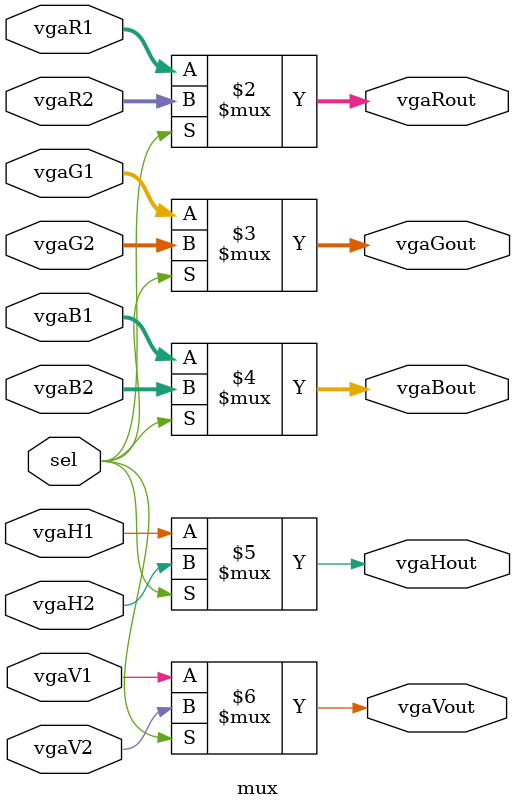
<source format=v>
`timescale 1ns / 1ps
module mux(input sel,
			input [3:0] vgaR1,
			input [3:0] vgaG1,
			input [3:0] vgaB1,
			input vgaH1,
			input vgaV1,
			input [3:0] vgaR2,
			input [3:0] vgaG2,
			input [3:0] vgaB2,
			input vgaH2,
			input vgaV2,
			output reg [3:0] vgaRout,
			output reg [3:0] vgaGout,
			output reg [3:0] vgaBout,
			output reg vgaHout,
			output reg vgaVout
    );
	 
	 
	always @ (sel,vgaR1,vgaG1,vgaB1,vgaH1,vgaV1,vgaR2,vgaG2,vgaB2,vgaH2,vgaV2)
	begin
		vgaRout = sel ? vgaR2 : vgaR1;
		vgaGout = sel ? vgaG2 : vgaG1;
		vgaBout = sel ? vgaB2 : vgaB1;
		vgaHout = sel ? vgaH2 : vgaH1;
		vgaVout = sel ? vgaV2 : vgaV1;
	end


endmodule

</source>
